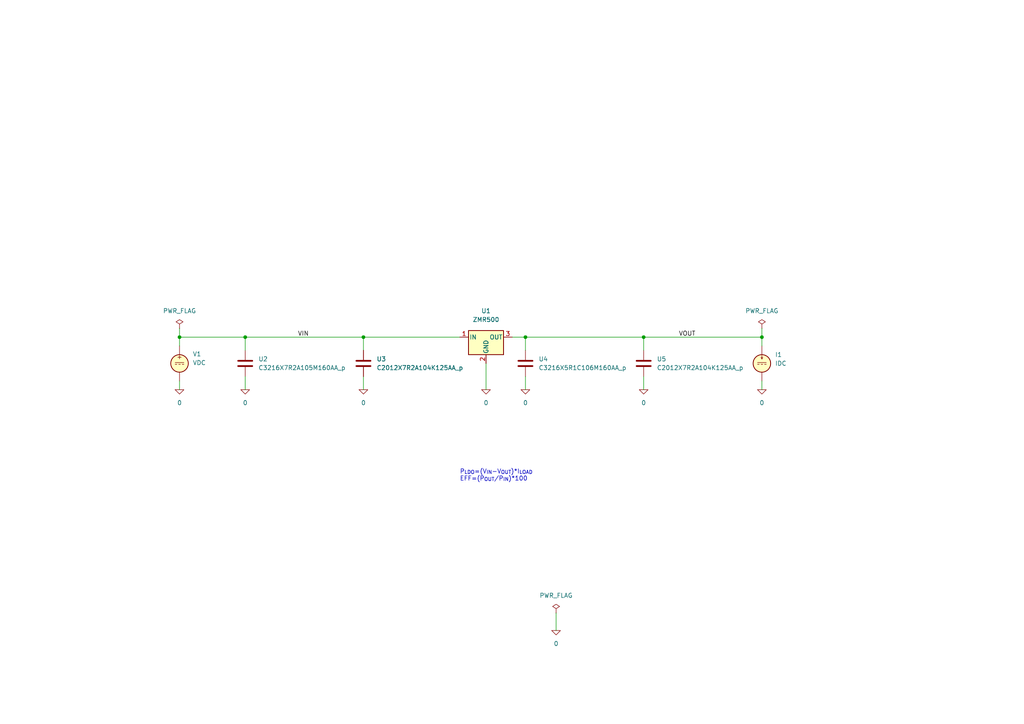
<source format=kicad_sch>
(kicad_sch
	(version 20231120)
	(generator "eeschema")
	(generator_version "8.0")
	(uuid "586360cb-bbfb-4447-b943-c6fc3f819d45")
	(paper "A4")
	(title_block
		(title "50mA 5V Linear Regulator")
		(date "2024-06-06")
		(rev "2")
		(company "astroelectronic@")
		(comment 1 "-")
		(comment 2 "-")
		(comment 3 "-")
		(comment 4 "AE01005500")
	)
	(lib_symbols
		(symbol "ZMR500:0"
			(power)
			(pin_names
				(offset 0)
			)
			(exclude_from_sim no)
			(in_bom yes)
			(on_board yes)
			(property "Reference" "#GND"
				(at 0 -2.54 0)
				(effects
					(font
						(size 1.27 1.27)
					)
					(hide yes)
				)
			)
			(property "Value" "0"
				(at 0 -1.778 0)
				(effects
					(font
						(size 1.27 1.27)
					)
				)
			)
			(property "Footprint" ""
				(at 0 0 0)
				(effects
					(font
						(size 1.27 1.27)
					)
					(hide yes)
				)
			)
			(property "Datasheet" "~"
				(at 0 0 0)
				(effects
					(font
						(size 1.27 1.27)
					)
					(hide yes)
				)
			)
			(property "Description" "0V reference potential for simulation"
				(at 0 0 0)
				(effects
					(font
						(size 1.27 1.27)
					)
					(hide yes)
				)
			)
			(property "ki_keywords" "simulation"
				(at 0 0 0)
				(effects
					(font
						(size 1.27 1.27)
					)
					(hide yes)
				)
			)
			(symbol "0_0_1"
				(polyline
					(pts
						(xy -1.27 0) (xy 0 -1.27) (xy 1.27 0) (xy -1.27 0)
					)
					(stroke
						(width 0)
						(type default)
					)
					(fill
						(type none)
					)
				)
			)
			(symbol "0_1_1"
				(pin power_in line
					(at 0 0 0)
					(length 0) hide
					(name "0"
						(effects
							(font
								(size 1.016 1.016)
							)
						)
					)
					(number "1"
						(effects
							(font
								(size 1.016 1.016)
							)
						)
					)
				)
			)
		)
		(symbol "ZMR500:C"
			(pin_numbers hide)
			(pin_names
				(offset 0.254)
			)
			(exclude_from_sim no)
			(in_bom yes)
			(on_board yes)
			(property "Reference" "C"
				(at 0.635 2.54 0)
				(effects
					(font
						(size 1.27 1.27)
					)
					(justify left)
				)
			)
			(property "Value" "C"
				(at 0.635 -2.54 0)
				(effects
					(font
						(size 1.27 1.27)
					)
					(justify left)
				)
			)
			(property "Footprint" ""
				(at 0.9652 -3.81 0)
				(effects
					(font
						(size 1.27 1.27)
					)
					(hide yes)
				)
			)
			(property "Datasheet" "~"
				(at 0 0 0)
				(effects
					(font
						(size 1.27 1.27)
					)
					(hide yes)
				)
			)
			(property "Description" "Unpolarized capacitor"
				(at 0 0 0)
				(effects
					(font
						(size 1.27 1.27)
					)
					(hide yes)
				)
			)
			(property "ki_keywords" "cap capacitor"
				(at 0 0 0)
				(effects
					(font
						(size 1.27 1.27)
					)
					(hide yes)
				)
			)
			(property "ki_fp_filters" "C_*"
				(at 0 0 0)
				(effects
					(font
						(size 1.27 1.27)
					)
					(hide yes)
				)
			)
			(symbol "C_0_1"
				(polyline
					(pts
						(xy -2.032 -0.762) (xy 2.032 -0.762)
					)
					(stroke
						(width 0.508)
						(type default)
					)
					(fill
						(type none)
					)
				)
				(polyline
					(pts
						(xy -2.032 0.762) (xy 2.032 0.762)
					)
					(stroke
						(width 0.508)
						(type default)
					)
					(fill
						(type none)
					)
				)
			)
			(symbol "C_1_1"
				(pin passive line
					(at 0 3.81 270)
					(length 2.794)
					(name "~"
						(effects
							(font
								(size 1.27 1.27)
							)
						)
					)
					(number "1"
						(effects
							(font
								(size 1.27 1.27)
							)
						)
					)
				)
				(pin passive line
					(at 0 -3.81 90)
					(length 2.794)
					(name "~"
						(effects
							(font
								(size 1.27 1.27)
							)
						)
					)
					(number "2"
						(effects
							(font
								(size 1.27 1.27)
							)
						)
					)
				)
			)
		)
		(symbol "ZMR500:IDC"
			(pin_numbers hide)
			(pin_names
				(offset 0.0254)
			)
			(exclude_from_sim no)
			(in_bom yes)
			(on_board yes)
			(property "Reference" "I"
				(at 2.54 2.54 0)
				(effects
					(font
						(size 1.27 1.27)
					)
					(justify left)
				)
			)
			(property "Value" "1"
				(at 2.54 0 0)
				(effects
					(font
						(size 1.27 1.27)
					)
					(justify left)
				)
			)
			(property "Footprint" ""
				(at 0 0 0)
				(effects
					(font
						(size 1.27 1.27)
					)
					(hide yes)
				)
			)
			(property "Datasheet" "~"
				(at 0 0 0)
				(effects
					(font
						(size 1.27 1.27)
					)
					(hide yes)
				)
			)
			(property "Description" "Current source, DC"
				(at 0 0 0)
				(effects
					(font
						(size 1.27 1.27)
					)
					(hide yes)
				)
			)
			(property "Sim.Pins" "1=+ 2=-"
				(at 0 0 0)
				(effects
					(font
						(size 1.27 1.27)
					)
					(hide yes)
				)
			)
			(property "Sim.Type" "DC"
				(at 0 0 0)
				(effects
					(font
						(size 1.27 1.27)
					)
					(hide yes)
				)
			)
			(property "Sim.Device" "I"
				(at 0 0 0)
				(effects
					(font
						(size 1.27 1.27)
					)
					(justify left)
					(hide yes)
				)
			)
			(property "Spice_Netlist_Enabled" "Y"
				(at 0 0 0)
				(effects
					(font
						(size 1.27 1.27)
					)
					(justify left)
					(hide yes)
				)
			)
			(property "ki_keywords" "simulation"
				(at 0 0 0)
				(effects
					(font
						(size 1.27 1.27)
					)
					(hide yes)
				)
			)
			(symbol "IDC_0_0"
				(polyline
					(pts
						(xy -1.27 0.254) (xy 1.27 0.254)
					)
					(stroke
						(width 0)
						(type default)
					)
					(fill
						(type none)
					)
				)
				(polyline
					(pts
						(xy -0.762 -0.254) (xy -1.27 -0.254)
					)
					(stroke
						(width 0)
						(type default)
					)
					(fill
						(type none)
					)
				)
				(polyline
					(pts
						(xy 0.254 -0.254) (xy -0.254 -0.254)
					)
					(stroke
						(width 0)
						(type default)
					)
					(fill
						(type none)
					)
				)
				(polyline
					(pts
						(xy 1.27 -0.254) (xy 0.762 -0.254)
					)
					(stroke
						(width 0)
						(type default)
					)
					(fill
						(type none)
					)
				)
			)
			(symbol "IDC_0_1"
				(polyline
					(pts
						(xy 0 1.27) (xy 0 2.286)
					)
					(stroke
						(width 0)
						(type default)
					)
					(fill
						(type none)
					)
				)
				(polyline
					(pts
						(xy -0.254 1.778) (xy 0 1.27) (xy 0.254 1.778)
					)
					(stroke
						(width 0)
						(type default)
					)
					(fill
						(type none)
					)
				)
				(circle
					(center 0 0)
					(radius 2.54)
					(stroke
						(width 0.254)
						(type default)
					)
					(fill
						(type background)
					)
				)
			)
			(symbol "IDC_1_1"
				(pin passive line
					(at 0 5.08 270)
					(length 2.54)
					(name "~"
						(effects
							(font
								(size 1.27 1.27)
							)
						)
					)
					(number "1"
						(effects
							(font
								(size 1.27 1.27)
							)
						)
					)
				)
				(pin passive line
					(at 0 -5.08 90)
					(length 2.54)
					(name "~"
						(effects
							(font
								(size 1.27 1.27)
							)
						)
					)
					(number "2"
						(effects
							(font
								(size 1.27 1.27)
							)
						)
					)
				)
			)
		)
		(symbol "ZMR500:PWR_FLAG"
			(power)
			(pin_numbers hide)
			(pin_names
				(offset 0) hide)
			(exclude_from_sim no)
			(in_bom yes)
			(on_board yes)
			(property "Reference" "#FLG"
				(at 0 1.905 0)
				(effects
					(font
						(size 1.27 1.27)
					)
					(hide yes)
				)
			)
			(property "Value" "PWR_FLAG"
				(at 0 3.81 0)
				(effects
					(font
						(size 1.27 1.27)
					)
				)
			)
			(property "Footprint" ""
				(at 0 0 0)
				(effects
					(font
						(size 1.27 1.27)
					)
					(hide yes)
				)
			)
			(property "Datasheet" "~"
				(at 0 0 0)
				(effects
					(font
						(size 1.27 1.27)
					)
					(hide yes)
				)
			)
			(property "Description" "Special symbol for telling ERC where power comes from"
				(at 0 0 0)
				(effects
					(font
						(size 1.27 1.27)
					)
					(hide yes)
				)
			)
			(property "ki_keywords" "flag power"
				(at 0 0 0)
				(effects
					(font
						(size 1.27 1.27)
					)
					(hide yes)
				)
			)
			(symbol "PWR_FLAG_0_0"
				(pin power_out line
					(at 0 0 90)
					(length 0)
					(name "pwr"
						(effects
							(font
								(size 1.27 1.27)
							)
						)
					)
					(number "1"
						(effects
							(font
								(size 1.27 1.27)
							)
						)
					)
				)
			)
			(symbol "PWR_FLAG_0_1"
				(polyline
					(pts
						(xy 0 0) (xy 0 1.27) (xy -1.016 1.905) (xy 0 2.54) (xy 1.016 1.905) (xy 0 1.27)
					)
					(stroke
						(width 0)
						(type default)
					)
					(fill
						(type none)
					)
				)
			)
		)
		(symbol "ZMR500:VDC"
			(pin_numbers hide)
			(pin_names
				(offset 0.0254)
			)
			(exclude_from_sim no)
			(in_bom yes)
			(on_board yes)
			(property "Reference" "V"
				(at 2.54 2.54 0)
				(effects
					(font
						(size 1.27 1.27)
					)
					(justify left)
				)
			)
			(property "Value" "1"
				(at 2.54 0 0)
				(effects
					(font
						(size 1.27 1.27)
					)
					(justify left)
				)
			)
			(property "Footprint" ""
				(at 0 0 0)
				(effects
					(font
						(size 1.27 1.27)
					)
					(hide yes)
				)
			)
			(property "Datasheet" "~"
				(at 0 0 0)
				(effects
					(font
						(size 1.27 1.27)
					)
					(hide yes)
				)
			)
			(property "Description" "Voltage source, DC"
				(at 0 0 0)
				(effects
					(font
						(size 1.27 1.27)
					)
					(hide yes)
				)
			)
			(property "Sim.Pins" "1=+ 2=-"
				(at 0 0 0)
				(effects
					(font
						(size 1.27 1.27)
					)
					(hide yes)
				)
			)
			(property "Sim.Type" "DC"
				(at 0 0 0)
				(effects
					(font
						(size 1.27 1.27)
					)
					(hide yes)
				)
			)
			(property "Sim.Device" "V"
				(at 0 0 0)
				(effects
					(font
						(size 1.27 1.27)
					)
					(justify left)
					(hide yes)
				)
			)
			(property "Spice_Netlist_Enabled" "Y"
				(at 0 0 0)
				(effects
					(font
						(size 1.27 1.27)
					)
					(justify left)
					(hide yes)
				)
			)
			(property "ki_keywords" "simulation"
				(at 0 0 0)
				(effects
					(font
						(size 1.27 1.27)
					)
					(hide yes)
				)
			)
			(symbol "VDC_0_0"
				(polyline
					(pts
						(xy -1.27 0.254) (xy 1.27 0.254)
					)
					(stroke
						(width 0)
						(type default)
					)
					(fill
						(type none)
					)
				)
				(polyline
					(pts
						(xy -0.762 -0.254) (xy -1.27 -0.254)
					)
					(stroke
						(width 0)
						(type default)
					)
					(fill
						(type none)
					)
				)
				(polyline
					(pts
						(xy 0.254 -0.254) (xy -0.254 -0.254)
					)
					(stroke
						(width 0)
						(type default)
					)
					(fill
						(type none)
					)
				)
				(polyline
					(pts
						(xy 1.27 -0.254) (xy 0.762 -0.254)
					)
					(stroke
						(width 0)
						(type default)
					)
					(fill
						(type none)
					)
				)
				(text "+"
					(at 0 1.905 0)
					(effects
						(font
							(size 1.27 1.27)
						)
					)
				)
			)
			(symbol "VDC_0_1"
				(circle
					(center 0 0)
					(radius 2.54)
					(stroke
						(width 0.254)
						(type default)
					)
					(fill
						(type background)
					)
				)
			)
			(symbol "VDC_1_1"
				(pin passive line
					(at 0 5.08 270)
					(length 2.54)
					(name "~"
						(effects
							(font
								(size 1.27 1.27)
							)
						)
					)
					(number "1"
						(effects
							(font
								(size 1.27 1.27)
							)
						)
					)
				)
				(pin passive line
					(at 0 -5.08 90)
					(length 2.54)
					(name "~"
						(effects
							(font
								(size 1.27 1.27)
							)
						)
					)
					(number "2"
						(effects
							(font
								(size 1.27 1.27)
							)
						)
					)
				)
			)
		)
		(symbol "ZMR500:ZMR500"
			(pin_names
				(offset 0.254)
			)
			(exclude_from_sim no)
			(in_bom yes)
			(on_board yes)
			(property "Reference" "U"
				(at -3.81 3.175 0)
				(effects
					(font
						(size 1.27 1.27)
					)
				)
			)
			(property "Value" "ZMR500"
				(at 0 3.175 0)
				(effects
					(font
						(size 1.27 1.27)
					)
					(justify left)
				)
			)
			(property "Footprint" ""
				(at 0.635 -3.81 0)
				(effects
					(font
						(size 1.27 1.27)
						(italic yes)
					)
					(justify left)
					(hide yes)
				)
			)
			(property "Datasheet" "https://www.diodes.com/assets/Datasheets/ZMRSERIES.pdf"
				(at 0 -1.27 0)
				(effects
					(font
						(size 1.27 1.27)
					)
					(hide yes)
				)
			)
			(property "Description" "FIXED 5 VOLT MINIATURE VOLTAGE REGULATORS"
				(at 0 0 0)
				(effects
					(font
						(size 1.27 1.27)
					)
					(hide yes)
				)
			)
			(property "ki_keywords" "Voltage Regulator 50mA Positive. Simulation."
				(at 0 0 0)
				(effects
					(font
						(size 1.27 1.27)
					)
					(hide yes)
				)
			)
			(property "ki_fp_filters" "TO?263* TO?220*"
				(at 0 0 0)
				(effects
					(font
						(size 1.27 1.27)
					)
					(hide yes)
				)
			)
			(symbol "ZMR500_0_1"
				(rectangle
					(start -5.08 1.905)
					(end 5.08 -5.08)
					(stroke
						(width 0.254)
						(type default)
					)
					(fill
						(type background)
					)
				)
			)
			(symbol "ZMR500_1_1"
				(pin passive line
					(at -7.62 0 0)
					(length 2.54)
					(name "IN"
						(effects
							(font
								(size 1.27 1.27)
							)
						)
					)
					(number "1"
						(effects
							(font
								(size 1.27 1.27)
							)
						)
					)
				)
				(pin passive line
					(at 0 -7.62 90)
					(length 2.54)
					(name "GND"
						(effects
							(font
								(size 1.27 1.27)
							)
						)
					)
					(number "2"
						(effects
							(font
								(size 1.27 1.27)
							)
						)
					)
				)
				(pin passive line
					(at 7.62 0 180)
					(length 2.54)
					(name "OUT"
						(effects
							(font
								(size 1.27 1.27)
							)
						)
					)
					(number "3"
						(effects
							(font
								(size 1.27 1.27)
							)
						)
					)
				)
			)
		)
	)
	(junction
		(at 220.98 97.79)
		(diameter 0)
		(color 0 0 0 0)
		(uuid "0c889254-82ad-4752-9f1e-3164fff9f6d7")
	)
	(junction
		(at 152.4 97.79)
		(diameter 0)
		(color 0 0 0 0)
		(uuid "0e135b66-d583-400e-ac4a-9b0d726be37e")
	)
	(junction
		(at 52.07 97.79)
		(diameter 0)
		(color 0 0 0 0)
		(uuid "1b90a171-c7be-4eb0-99a1-7a94d7565d33")
	)
	(junction
		(at 105.41 97.79)
		(diameter 0)
		(color 0 0 0 0)
		(uuid "5b46a4e3-bbb9-4a1a-9f61-5e3ce13a197a")
	)
	(junction
		(at 186.69 97.79)
		(diameter 0)
		(color 0 0 0 0)
		(uuid "5b6e49fa-40f8-43ba-8758-8fac50a021e3")
	)
	(junction
		(at 71.12 97.79)
		(diameter 0)
		(color 0 0 0 0)
		(uuid "b9f56b3a-4093-4c26-a3d9-ede14d06cd66")
	)
	(wire
		(pts
			(xy 52.07 95.25) (xy 52.07 97.79)
		)
		(stroke
			(width 0)
			(type default)
		)
		(uuid "09385ec4-6b95-4071-a9c8-e8d4b9bf603a")
	)
	(wire
		(pts
			(xy 105.41 109.22) (xy 105.41 113.03)
		)
		(stroke
			(width 0)
			(type default)
		)
		(uuid "0c17bac0-c04a-4a6e-b3fb-a426fef0d6cc")
	)
	(wire
		(pts
			(xy 186.69 97.79) (xy 220.98 97.79)
		)
		(stroke
			(width 0)
			(type default)
		)
		(uuid "185cafb4-f048-4928-9586-ca481db52368")
	)
	(wire
		(pts
			(xy 105.41 97.79) (xy 133.35 97.79)
		)
		(stroke
			(width 0)
			(type default)
		)
		(uuid "1c6fe86a-44e1-493d-9c51-98072286451e")
	)
	(wire
		(pts
			(xy 152.4 109.22) (xy 152.4 113.03)
		)
		(stroke
			(width 0)
			(type default)
		)
		(uuid "24adae9e-b378-45e1-9ded-096068d82079")
	)
	(wire
		(pts
			(xy 152.4 97.79) (xy 148.59 97.79)
		)
		(stroke
			(width 0)
			(type default)
		)
		(uuid "2b559ce9-5946-4801-bdca-1e70ba016bd1")
	)
	(wire
		(pts
			(xy 186.69 97.79) (xy 152.4 97.79)
		)
		(stroke
			(width 0)
			(type default)
		)
		(uuid "31559874-8c72-4326-a05e-ab3e46329ab7")
	)
	(wire
		(pts
			(xy 52.07 100.33) (xy 52.07 97.79)
		)
		(stroke
			(width 0)
			(type default)
		)
		(uuid "4a112007-9c54-4b54-826a-7a5f01e7df91")
	)
	(wire
		(pts
			(xy 152.4 101.6) (xy 152.4 97.79)
		)
		(stroke
			(width 0)
			(type default)
		)
		(uuid "54ed1485-f37e-4973-9ceb-3177698397cf")
	)
	(wire
		(pts
			(xy 105.41 97.79) (xy 71.12 97.79)
		)
		(stroke
			(width 0)
			(type default)
		)
		(uuid "5a8137fb-9e89-4ac7-a656-781247717180")
	)
	(wire
		(pts
			(xy 105.41 101.6) (xy 105.41 97.79)
		)
		(stroke
			(width 0)
			(type default)
		)
		(uuid "5c572256-8454-40ab-b419-37fe7c9277b8")
	)
	(wire
		(pts
			(xy 140.97 105.41) (xy 140.97 113.03)
		)
		(stroke
			(width 0)
			(type default)
		)
		(uuid "9af00ee8-9fcb-4f1b-b81f-ed5983b6384c")
	)
	(wire
		(pts
			(xy 71.12 97.79) (xy 71.12 101.6)
		)
		(stroke
			(width 0)
			(type default)
		)
		(uuid "9bd0825d-b4e7-4fbf-b9f3-7c059d50bf02")
	)
	(wire
		(pts
			(xy 52.07 110.49) (xy 52.07 113.03)
		)
		(stroke
			(width 0)
			(type default)
		)
		(uuid "b0e3abc1-60a2-43de-b0c3-9026e18cbf4c")
	)
	(wire
		(pts
			(xy 186.69 101.6) (xy 186.69 97.79)
		)
		(stroke
			(width 0)
			(type default)
		)
		(uuid "c45c4ae8-7262-4263-b31f-eda0a1cc7ce1")
	)
	(wire
		(pts
			(xy 220.98 97.79) (xy 220.98 100.33)
		)
		(stroke
			(width 0)
			(type default)
		)
		(uuid "cb2dc364-26e7-49eb-98a8-b265e702d6fd")
	)
	(wire
		(pts
			(xy 186.69 109.22) (xy 186.69 113.03)
		)
		(stroke
			(width 0)
			(type default)
		)
		(uuid "d0fbc797-7d08-4bfc-b50f-78c32c6355a5")
	)
	(wire
		(pts
			(xy 71.12 109.22) (xy 71.12 113.03)
		)
		(stroke
			(width 0)
			(type default)
		)
		(uuid "dfca4c91-9b51-4139-860a-ac5d2dfc2590")
	)
	(wire
		(pts
			(xy 220.98 110.49) (xy 220.98 113.03)
		)
		(stroke
			(width 0)
			(type default)
		)
		(uuid "e3a25291-9151-49a0-8ff4-b640a86b7a20")
	)
	(wire
		(pts
			(xy 161.29 177.8) (xy 161.29 182.88)
		)
		(stroke
			(width 0)
			(type default)
		)
		(uuid "e50a0a15-b52f-4153-96c1-34a5520d66fa")
	)
	(wire
		(pts
			(xy 220.98 95.25) (xy 220.98 97.79)
		)
		(stroke
			(width 0)
			(type default)
		)
		(uuid "e8bc44e6-8bc5-4f0b-93a0-4d781b1b1cec")
	)
	(wire
		(pts
			(xy 52.07 97.79) (xy 71.12 97.79)
		)
		(stroke
			(width 0)
			(type default)
		)
		(uuid "f4e6ae60-2181-4e27-a2ca-7f43bd34b9e9")
	)
	(text "P_{LDO}=(V_{IN}-V_{OUT})*I_{LOAD}\nEFF=(P_{OUT}/P_{IN})*100"
		(exclude_from_sim no)
		(at 133.35 139.7 0)
		(effects
			(font
				(size 1.27 1.27)
			)
			(justify left bottom)
		)
		(uuid "f69bf154-bdd9-40a1-86e3-910481186593")
	)
	(label "VOUT"
		(at 196.85 97.79 0)
		(fields_autoplaced yes)
		(effects
			(font
				(size 1.27 1.27)
			)
			(justify left bottom)
		)
		(uuid "8e7d99b0-0a69-4724-a764-5b230870aedf")
	)
	(label "VIN"
		(at 86.36 97.79 0)
		(fields_autoplaced yes)
		(effects
			(font
				(size 1.27 1.27)
			)
			(justify left bottom)
		)
		(uuid "92c971e9-eaf8-4fd2-b0af-cbec3c774aac")
	)
	(symbol
		(lib_id "ZMR500:PWR_FLAG")
		(at 220.98 95.25 0)
		(unit 1)
		(exclude_from_sim no)
		(in_bom yes)
		(on_board yes)
		(dnp no)
		(fields_autoplaced yes)
		(uuid "03c8a3de-8d08-4903-9ede-ad893b3fc8d8")
		(property "Reference" "#FLG02"
			(at 220.98 93.345 0)
			(effects
				(font
					(size 1.27 1.27)
				)
				(hide yes)
			)
		)
		(property "Value" "PWR_FLAG"
			(at 220.98 90.17 0)
			(effects
				(font
					(size 1.27 1.27)
				)
			)
		)
		(property "Footprint" ""
			(at 220.98 95.25 0)
			(effects
				(font
					(size 1.27 1.27)
				)
				(hide yes)
			)
		)
		(property "Datasheet" "~"
			(at 220.98 95.25 0)
			(effects
				(font
					(size 1.27 1.27)
				)
				(hide yes)
			)
		)
		(property "Description" ""
			(at 220.98 95.25 0)
			(effects
				(font
					(size 1.27 1.27)
				)
				(hide yes)
			)
		)
		(pin "1"
			(uuid "05ea5cdd-728c-4f9d-b191-cea0de465448")
		)
		(instances
			(project "ZMR500"
				(path "/586360cb-bbfb-4447-b943-c6fc3f819d45"
					(reference "#FLG02")
					(unit 1)
				)
			)
		)
	)
	(symbol
		(lib_id "ZMR500:C")
		(at 186.69 105.41 0)
		(unit 1)
		(exclude_from_sim no)
		(in_bom yes)
		(on_board yes)
		(dnp no)
		(fields_autoplaced yes)
		(uuid "0b7445d2-ae1e-49a0-8cda-7fcdd21315d6")
		(property "Reference" "U5"
			(at 190.5 104.1399 0)
			(effects
				(font
					(size 1.27 1.27)
				)
				(justify left)
			)
		)
		(property "Value" "C2012X7R2A104K125AA_p"
			(at 190.5 106.6799 0)
			(effects
				(font
					(size 1.27 1.27)
				)
				(justify left)
			)
		)
		(property "Footprint" ""
			(at 187.6552 109.22 0)
			(effects
				(font
					(size 1.27 1.27)
				)
				(hide yes)
			)
		)
		(property "Datasheet" "~"
			(at 186.69 105.41 0)
			(effects
				(font
					(size 1.27 1.27)
				)
				(hide yes)
			)
		)
		(property "Description" ""
			(at 186.69 105.41 0)
			(effects
				(font
					(size 1.27 1.27)
				)
				(hide yes)
			)
		)
		(property "Sim.Library" "_models\\C2012X7R2A104K125AA_p.mod"
			(at 186.69 105.41 0)
			(effects
				(font
					(size 1.27 1.27)
				)
				(hide yes)
			)
		)
		(property "Sim.Name" "C2012X7R2A104K125AA_p"
			(at 186.69 105.41 0)
			(effects
				(font
					(size 1.27 1.27)
				)
				(hide yes)
			)
		)
		(property "Sim.Pins" "1=n1 2=n2"
			(at 0 0 0)
			(effects
				(font
					(size 1.27 1.27)
				)
				(hide yes)
			)
		)
		(property "Sim.Device" "SUBCKT"
			(at 186.69 105.41 0)
			(effects
				(font
					(size 1.27 1.27)
				)
				(hide yes)
			)
		)
		(pin "1"
			(uuid "95d14349-bbd7-40f7-9e9c-155f37344f30")
		)
		(pin "2"
			(uuid "53202c36-e212-4422-ab81-25eb1d63435d")
		)
		(instances
			(project "ZMR500"
				(path "/586360cb-bbfb-4447-b943-c6fc3f819d45"
					(reference "U5")
					(unit 1)
				)
			)
		)
	)
	(symbol
		(lib_id "ZMR500:0")
		(at 161.29 182.88 0)
		(unit 1)
		(exclude_from_sim no)
		(in_bom yes)
		(on_board yes)
		(dnp no)
		(fields_autoplaced yes)
		(uuid "0e28ccb2-ed77-4b30-ba99-9ab7d27044ed")
		(property "Reference" "#GND0108"
			(at 161.29 185.42 0)
			(effects
				(font
					(size 1.27 1.27)
				)
				(hide yes)
			)
		)
		(property "Value" "0"
			(at 161.29 186.69 0)
			(effects
				(font
					(size 1.27 1.27)
				)
			)
		)
		(property "Footprint" ""
			(at 161.29 182.88 0)
			(effects
				(font
					(size 1.27 1.27)
				)
				(hide yes)
			)
		)
		(property "Datasheet" "~"
			(at 161.29 182.88 0)
			(effects
				(font
					(size 1.27 1.27)
				)
				(hide yes)
			)
		)
		(property "Description" ""
			(at 161.29 182.88 0)
			(effects
				(font
					(size 1.27 1.27)
				)
				(hide yes)
			)
		)
		(pin "1"
			(uuid "1e4ae757-33ff-4ff7-829a-305ad1f594a8")
		)
		(instances
			(project "ZMR500"
				(path "/586360cb-bbfb-4447-b943-c6fc3f819d45"
					(reference "#GND0108")
					(unit 1)
				)
			)
		)
	)
	(symbol
		(lib_id "ZMR500:C")
		(at 71.12 105.41 0)
		(unit 1)
		(exclude_from_sim no)
		(in_bom yes)
		(on_board yes)
		(dnp no)
		(fields_autoplaced yes)
		(uuid "10cefc64-5466-4321-ab98-c73fbe66d6cd")
		(property "Reference" "U2"
			(at 74.93 104.1399 0)
			(effects
				(font
					(size 1.27 1.27)
				)
				(justify left)
			)
		)
		(property "Value" "C3216X7R2A105M160AA_p"
			(at 74.93 106.6799 0)
			(effects
				(font
					(size 1.27 1.27)
				)
				(justify left)
			)
		)
		(property "Footprint" ""
			(at 72.0852 109.22 0)
			(effects
				(font
					(size 1.27 1.27)
				)
				(hide yes)
			)
		)
		(property "Datasheet" "~"
			(at 71.12 105.41 0)
			(effects
				(font
					(size 1.27 1.27)
				)
				(hide yes)
			)
		)
		(property "Description" ""
			(at 71.12 105.41 0)
			(effects
				(font
					(size 1.27 1.27)
				)
				(hide yes)
			)
		)
		(property "Sim.Library" "_models\\C3216X7R2A105M160AA_p.mod"
			(at 71.12 105.41 0)
			(effects
				(font
					(size 1.27 1.27)
				)
				(hide yes)
			)
		)
		(property "Sim.Name" "C3216X7R2A105M160AA_p"
			(at 71.12 105.41 0)
			(effects
				(font
					(size 1.27 1.27)
				)
				(hide yes)
			)
		)
		(property "Sim.Pins" "1=n1 2=n2"
			(at 0 0 0)
			(effects
				(font
					(size 1.27 1.27)
				)
				(hide yes)
			)
		)
		(property "Sim.Device" "SUBCKT"
			(at 71.12 105.41 0)
			(effects
				(font
					(size 1.27 1.27)
				)
				(hide yes)
			)
		)
		(pin "1"
			(uuid "5e181798-d4ba-439e-929c-0d94fe03b93b")
		)
		(pin "2"
			(uuid "0fb95b23-717f-4929-8eb0-9a134c8947e5")
		)
		(instances
			(project "ZMR500"
				(path "/586360cb-bbfb-4447-b943-c6fc3f819d45"
					(reference "U2")
					(unit 1)
				)
			)
		)
	)
	(symbol
		(lib_id "ZMR500:C")
		(at 152.4 105.41 0)
		(unit 1)
		(exclude_from_sim no)
		(in_bom yes)
		(on_board yes)
		(dnp no)
		(fields_autoplaced yes)
		(uuid "406c893b-d95b-48ff-ab90-f57578b2123b")
		(property "Reference" "U4"
			(at 156.21 104.1399 0)
			(effects
				(font
					(size 1.27 1.27)
				)
				(justify left)
			)
		)
		(property "Value" "C3216X5R1C106M160AA_p"
			(at 156.21 106.6799 0)
			(effects
				(font
					(size 1.27 1.27)
				)
				(justify left)
			)
		)
		(property "Footprint" ""
			(at 153.3652 109.22 0)
			(effects
				(font
					(size 1.27 1.27)
				)
				(hide yes)
			)
		)
		(property "Datasheet" "~"
			(at 152.4 105.41 0)
			(effects
				(font
					(size 1.27 1.27)
				)
				(hide yes)
			)
		)
		(property "Description" ""
			(at 152.4 105.41 0)
			(effects
				(font
					(size 1.27 1.27)
				)
				(hide yes)
			)
		)
		(property "Sim.Library" "_models\\C3216X5R1C106M160AA_p.mod"
			(at 152.4 105.41 0)
			(effects
				(font
					(size 1.27 1.27)
				)
				(hide yes)
			)
		)
		(property "Sim.Name" "C3216X5R1C106M160AA_p"
			(at 152.4 105.41 0)
			(effects
				(font
					(size 1.27 1.27)
				)
				(hide yes)
			)
		)
		(property "Sim.Pins" "1=n1 2=n2"
			(at 0 0 0)
			(effects
				(font
					(size 1.27 1.27)
				)
				(hide yes)
			)
		)
		(property "Sim.Device" "SUBCKT"
			(at 152.4 105.41 0)
			(effects
				(font
					(size 1.27 1.27)
				)
				(hide yes)
			)
		)
		(pin "1"
			(uuid "b4c9a67d-7fc1-4ddb-9928-a6792fd54792")
		)
		(pin "2"
			(uuid "d6877d8b-a5db-4c58-be00-3c77a69e2c76")
		)
		(instances
			(project "ZMR500"
				(path "/586360cb-bbfb-4447-b943-c6fc3f819d45"
					(reference "U4")
					(unit 1)
				)
			)
		)
	)
	(symbol
		(lib_id "ZMR500:ZMR500")
		(at 140.97 97.79 0)
		(unit 1)
		(exclude_from_sim no)
		(in_bom yes)
		(on_board yes)
		(dnp no)
		(fields_autoplaced yes)
		(uuid "700b2c2d-81ce-4089-b57b-1cfc1356f2a7")
		(property "Reference" "U1"
			(at 140.97 90.17 0)
			(effects
				(font
					(size 1.27 1.27)
				)
			)
		)
		(property "Value" "ZMR500"
			(at 140.97 92.71 0)
			(effects
				(font
					(size 1.27 1.27)
				)
			)
		)
		(property "Footprint" ""
			(at 141.605 101.6 0)
			(effects
				(font
					(size 1.27 1.27)
					(italic yes)
				)
				(justify left)
				(hide yes)
			)
		)
		(property "Datasheet" "https://www.diodes.com/assets/Datasheets/ZMRSERIES.pdf"
			(at 140.97 99.06 0)
			(effects
				(font
					(size 1.27 1.27)
				)
				(hide yes)
			)
		)
		(property "Description" ""
			(at 140.97 97.79 0)
			(effects
				(font
					(size 1.27 1.27)
				)
				(hide yes)
			)
		)
		(property "Sim.Library" "_models\\ZMR500.spice.txt"
			(at 140.97 97.79 0)
			(effects
				(font
					(size 1.27 1.27)
				)
				(hide yes)
			)
		)
		(property "Sim.Name" "ZMR500"
			(at 140.97 97.79 0)
			(effects
				(font
					(size 1.27 1.27)
				)
				(hide yes)
			)
		)
		(property "Sim.Pins" "1=1 2=2 3=3"
			(at 0 0 0)
			(effects
				(font
					(size 1.27 1.27)
				)
				(hide yes)
			)
		)
		(property "Sim.Device" "SUBCKT"
			(at 140.97 97.79 0)
			(effects
				(font
					(size 1.27 1.27)
				)
				(hide yes)
			)
		)
		(pin "1"
			(uuid "79bfb8a2-2416-4921-b140-dab87c169bf3")
		)
		(pin "2"
			(uuid "37ae976d-9b5b-45e3-8fc0-72a74b66d1e5")
		)
		(pin "3"
			(uuid "08ad88dd-0f73-4e71-9944-f1353a0493a2")
		)
		(instances
			(project "ZMR500"
				(path "/586360cb-bbfb-4447-b943-c6fc3f819d45"
					(reference "U1")
					(unit 1)
				)
			)
		)
	)
	(symbol
		(lib_id "ZMR500:VDC")
		(at 52.07 105.41 0)
		(unit 1)
		(exclude_from_sim no)
		(in_bom yes)
		(on_board yes)
		(dnp no)
		(fields_autoplaced yes)
		(uuid "7b1f6d1c-328f-43ec-bc5b-4f2eefe5aae8")
		(property "Reference" "V1"
			(at 55.88 102.6801 0)
			(effects
				(font
					(size 1.27 1.27)
				)
				(justify left)
			)
		)
		(property "Value" "VDC"
			(at 55.88 105.2201 0)
			(effects
				(font
					(size 1.27 1.27)
				)
				(justify left)
			)
		)
		(property "Footprint" ""
			(at 52.07 105.41 0)
			(effects
				(font
					(size 1.27 1.27)
				)
				(hide yes)
			)
		)
		(property "Datasheet" "~"
			(at 52.07 105.41 0)
			(effects
				(font
					(size 1.27 1.27)
				)
				(hide yes)
			)
		)
		(property "Description" ""
			(at 52.07 105.41 0)
			(effects
				(font
					(size 1.27 1.27)
				)
				(hide yes)
			)
		)
		(property "Sim.Device" "SPICE"
			(at 52.07 105.41 0)
			(effects
				(font
					(size 1.27 1.27)
				)
				(justify left)
				(hide yes)
			)
		)
		(property "Sim.Params" "type=\"V\" model=\"{VSOURCE}\" lib=\"\""
			(at 0 0 0)
			(effects
				(font
					(size 1.27 1.27)
				)
				(hide yes)
			)
		)
		(property "Sim.Pins" "1=1 2=2"
			(at 0 0 0)
			(effects
				(font
					(size 1.27 1.27)
				)
				(hide yes)
			)
		)
		(pin "1"
			(uuid "64dc31e0-30a8-4390-a51a-5382ecff71b5")
		)
		(pin "2"
			(uuid "a16c9573-fff1-4b4f-9f1c-7ed84426a3e8")
		)
		(instances
			(project "ZMR500"
				(path "/586360cb-bbfb-4447-b943-c6fc3f819d45"
					(reference "V1")
					(unit 1)
				)
			)
		)
	)
	(symbol
		(lib_id "ZMR500:0")
		(at 105.41 113.03 0)
		(unit 1)
		(exclude_from_sim no)
		(in_bom yes)
		(on_board yes)
		(dnp no)
		(fields_autoplaced yes)
		(uuid "7ff460d8-ddae-4ad5-addd-d2f8bdef6dc8")
		(property "Reference" "#GND0101"
			(at 105.41 115.57 0)
			(effects
				(font
					(size 1.27 1.27)
				)
				(hide yes)
			)
		)
		(property "Value" "0"
			(at 105.41 116.84 0)
			(effects
				(font
					(size 1.27 1.27)
				)
			)
		)
		(property "Footprint" ""
			(at 105.41 113.03 0)
			(effects
				(font
					(size 1.27 1.27)
				)
				(hide yes)
			)
		)
		(property "Datasheet" "~"
			(at 105.41 113.03 0)
			(effects
				(font
					(size 1.27 1.27)
				)
				(hide yes)
			)
		)
		(property "Description" ""
			(at 105.41 113.03 0)
			(effects
				(font
					(size 1.27 1.27)
				)
				(hide yes)
			)
		)
		(pin "1"
			(uuid "59b278cd-cb8f-4a97-93dc-b811b4c8a582")
		)
		(instances
			(project "ZMR500"
				(path "/586360cb-bbfb-4447-b943-c6fc3f819d45"
					(reference "#GND0101")
					(unit 1)
				)
			)
		)
	)
	(symbol
		(lib_id "ZMR500:IDC")
		(at 220.98 105.41 0)
		(unit 1)
		(exclude_from_sim no)
		(in_bom yes)
		(on_board yes)
		(dnp no)
		(fields_autoplaced yes)
		(uuid "8dfec48f-a68f-4745-a1ba-b275552bd0f3")
		(property "Reference" "I1"
			(at 224.79 102.8699 0)
			(effects
				(font
					(size 1.27 1.27)
				)
				(justify left)
			)
		)
		(property "Value" "IDC"
			(at 224.79 105.4099 0)
			(effects
				(font
					(size 1.27 1.27)
				)
				(justify left)
			)
		)
		(property "Footprint" ""
			(at 220.98 105.41 0)
			(effects
				(font
					(size 1.27 1.27)
				)
				(hide yes)
			)
		)
		(property "Datasheet" "~"
			(at 220.98 105.41 0)
			(effects
				(font
					(size 1.27 1.27)
				)
				(hide yes)
			)
		)
		(property "Description" ""
			(at 220.98 105.41 0)
			(effects
				(font
					(size 1.27 1.27)
				)
				(hide yes)
			)
		)
		(property "Sim.Device" "SPICE"
			(at 220.98 105.41 0)
			(effects
				(font
					(size 1.27 1.27)
				)
				(justify left)
				(hide yes)
			)
		)
		(property "Sim.Params" "type=\"I\" model=\"{ILOAD}\" lib=\"\""
			(at 0 0 0)
			(effects
				(font
					(size 1.27 1.27)
				)
				(hide yes)
			)
		)
		(property "Sim.Pins" "1=1 2=2"
			(at 0 0 0)
			(effects
				(font
					(size 1.27 1.27)
				)
				(hide yes)
			)
		)
		(pin "1"
			(uuid "51ac6a6e-9937-40f6-bb67-1e789573e0be")
		)
		(pin "2"
			(uuid "4e4b15ab-b97b-4e45-9b5b-65ce9288174b")
		)
		(instances
			(project "ZMR500"
				(path "/586360cb-bbfb-4447-b943-c6fc3f819d45"
					(reference "I1")
					(unit 1)
				)
			)
		)
	)
	(symbol
		(lib_id "ZMR500:C")
		(at 105.41 105.41 0)
		(unit 1)
		(exclude_from_sim no)
		(in_bom yes)
		(on_board yes)
		(dnp no)
		(fields_autoplaced yes)
		(uuid "91fd7bc1-ed7a-464f-86ff-5665e570cc07")
		(property "Reference" "U3"
			(at 109.22 104.1399 0)
			(effects
				(font
					(size 1.27 1.27)
				)
				(justify left)
			)
		)
		(property "Value" "C2012X7R2A104K125AA_p"
			(at 109.22 106.6799 0)
			(effects
				(font
					(size 1.27 1.27)
				)
				(justify left)
			)
		)
		(property "Footprint" ""
			(at 106.3752 109.22 0)
			(effects
				(font
					(size 1.27 1.27)
				)
				(hide yes)
			)
		)
		(property "Datasheet" "~"
			(at 105.41 105.41 0)
			(effects
				(font
					(size 1.27 1.27)
				)
				(hide yes)
			)
		)
		(property "Description" ""
			(at 105.41 105.41 0)
			(effects
				(font
					(size 1.27 1.27)
				)
				(hide yes)
			)
		)
		(property "Sim.Library" "_models\\C2012X7R2A104K125AA_p.mod"
			(at 105.41 105.41 0)
			(effects
				(font
					(size 1.27 1.27)
				)
				(hide yes)
			)
		)
		(property "Sim.Name" "C2012X7R2A104K125AA_p"
			(at 105.41 105.41 0)
			(effects
				(font
					(size 1.27 1.27)
				)
				(hide yes)
			)
		)
		(property "Sim.Pins" "1=n1 2=n2"
			(at 0 0 0)
			(effects
				(font
					(size 1.27 1.27)
				)
				(hide yes)
			)
		)
		(property "Sim.Device" "SUBCKT"
			(at 105.41 105.41 0)
			(effects
				(font
					(size 1.27 1.27)
				)
				(hide yes)
			)
		)
		(pin "1"
			(uuid "24cb1a9f-4ddf-4bda-b641-c6044d7fc738")
		)
		(pin "2"
			(uuid "3478f152-1b01-40dd-b0d1-ecc7d3cb439a")
		)
		(instances
			(project "ZMR500"
				(path "/586360cb-bbfb-4447-b943-c6fc3f819d45"
					(reference "U3")
					(unit 1)
				)
			)
		)
	)
	(symbol
		(lib_id "ZMR500:PWR_FLAG")
		(at 52.07 95.25 0)
		(unit 1)
		(exclude_from_sim no)
		(in_bom yes)
		(on_board yes)
		(dnp no)
		(fields_autoplaced yes)
		(uuid "a61b3fe1-cf4e-4a1b-85c2-9e2c561c8ac8")
		(property "Reference" "#FLG01"
			(at 52.07 93.345 0)
			(effects
				(font
					(size 1.27 1.27)
				)
				(hide yes)
			)
		)
		(property "Value" "PWR_FLAG"
			(at 52.07 90.17 0)
			(effects
				(font
					(size 1.27 1.27)
				)
			)
		)
		(property "Footprint" ""
			(at 52.07 95.25 0)
			(effects
				(font
					(size 1.27 1.27)
				)
				(hide yes)
			)
		)
		(property "Datasheet" "~"
			(at 52.07 95.25 0)
			(effects
				(font
					(size 1.27 1.27)
				)
				(hide yes)
			)
		)
		(property "Description" ""
			(at 52.07 95.25 0)
			(effects
				(font
					(size 1.27 1.27)
				)
				(hide yes)
			)
		)
		(pin "1"
			(uuid "c048a80a-5a71-428a-ba8f-6101e1244eb2")
		)
		(instances
			(project "ZMR500"
				(path "/586360cb-bbfb-4447-b943-c6fc3f819d45"
					(reference "#FLG01")
					(unit 1)
				)
			)
		)
	)
	(symbol
		(lib_id "ZMR500:0")
		(at 140.97 113.03 0)
		(unit 1)
		(exclude_from_sim no)
		(in_bom yes)
		(on_board yes)
		(dnp no)
		(fields_autoplaced yes)
		(uuid "b7ec14d3-a81a-4893-8258-dff3aaf0c302")
		(property "Reference" "#GND0104"
			(at 140.97 115.57 0)
			(effects
				(font
					(size 1.27 1.27)
				)
				(hide yes)
			)
		)
		(property "Value" "0"
			(at 140.97 116.84 0)
			(effects
				(font
					(size 1.27 1.27)
				)
			)
		)
		(property "Footprint" ""
			(at 140.97 113.03 0)
			(effects
				(font
					(size 1.27 1.27)
				)
				(hide yes)
			)
		)
		(property "Datasheet" "~"
			(at 140.97 113.03 0)
			(effects
				(font
					(size 1.27 1.27)
				)
				(hide yes)
			)
		)
		(property "Description" ""
			(at 140.97 113.03 0)
			(effects
				(font
					(size 1.27 1.27)
				)
				(hide yes)
			)
		)
		(pin "1"
			(uuid "da574957-e22e-4068-b34e-5b8b61a57ce4")
		)
		(instances
			(project "ZMR500"
				(path "/586360cb-bbfb-4447-b943-c6fc3f819d45"
					(reference "#GND0104")
					(unit 1)
				)
			)
		)
	)
	(symbol
		(lib_id "ZMR500:0")
		(at 152.4 113.03 0)
		(unit 1)
		(exclude_from_sim no)
		(in_bom yes)
		(on_board yes)
		(dnp no)
		(fields_autoplaced yes)
		(uuid "cb6c906f-6dd7-4740-8871-0ed97b1cf4dc")
		(property "Reference" "#GND0107"
			(at 152.4 115.57 0)
			(effects
				(font
					(size 1.27 1.27)
				)
				(hide yes)
			)
		)
		(property "Value" "0"
			(at 152.4 116.84 0)
			(effects
				(font
					(size 1.27 1.27)
				)
			)
		)
		(property "Footprint" ""
			(at 152.4 113.03 0)
			(effects
				(font
					(size 1.27 1.27)
				)
				(hide yes)
			)
		)
		(property "Datasheet" "~"
			(at 152.4 113.03 0)
			(effects
				(font
					(size 1.27 1.27)
				)
				(hide yes)
			)
		)
		(property "Description" ""
			(at 152.4 113.03 0)
			(effects
				(font
					(size 1.27 1.27)
				)
				(hide yes)
			)
		)
		(pin "1"
			(uuid "febcfa83-3d6c-4693-a1d6-becad41ca48a")
		)
		(instances
			(project "ZMR500"
				(path "/586360cb-bbfb-4447-b943-c6fc3f819d45"
					(reference "#GND0107")
					(unit 1)
				)
			)
		)
	)
	(symbol
		(lib_id "ZMR500:0")
		(at 186.69 113.03 0)
		(unit 1)
		(exclude_from_sim no)
		(in_bom yes)
		(on_board yes)
		(dnp no)
		(fields_autoplaced yes)
		(uuid "d1f39017-4ffe-4104-9ff5-64b0037aee37")
		(property "Reference" "#GND0106"
			(at 186.69 115.57 0)
			(effects
				(font
					(size 1.27 1.27)
				)
				(hide yes)
			)
		)
		(property "Value" "0"
			(at 186.69 116.84 0)
			(effects
				(font
					(size 1.27 1.27)
				)
			)
		)
		(property "Footprint" ""
			(at 186.69 113.03 0)
			(effects
				(font
					(size 1.27 1.27)
				)
				(hide yes)
			)
		)
		(property "Datasheet" "~"
			(at 186.69 113.03 0)
			(effects
				(font
					(size 1.27 1.27)
				)
				(hide yes)
			)
		)
		(property "Description" ""
			(at 186.69 113.03 0)
			(effects
				(font
					(size 1.27 1.27)
				)
				(hide yes)
			)
		)
		(pin "1"
			(uuid "b718b337-ace8-405b-8b7c-a5816266b4ca")
		)
		(instances
			(project "ZMR500"
				(path "/586360cb-bbfb-4447-b943-c6fc3f819d45"
					(reference "#GND0106")
					(unit 1)
				)
			)
		)
	)
	(symbol
		(lib_id "ZMR500:0")
		(at 71.12 113.03 0)
		(unit 1)
		(exclude_from_sim no)
		(in_bom yes)
		(on_board yes)
		(dnp no)
		(fields_autoplaced yes)
		(uuid "d5a73c15-1766-42c1-a679-1c2c75d9e53d")
		(property "Reference" "#GND0102"
			(at 71.12 115.57 0)
			(effects
				(font
					(size 1.27 1.27)
				)
				(hide yes)
			)
		)
		(property "Value" "0"
			(at 71.12 116.84 0)
			(effects
				(font
					(size 1.27 1.27)
				)
			)
		)
		(property "Footprint" ""
			(at 71.12 113.03 0)
			(effects
				(font
					(size 1.27 1.27)
				)
				(hide yes)
			)
		)
		(property "Datasheet" "~"
			(at 71.12 113.03 0)
			(effects
				(font
					(size 1.27 1.27)
				)
				(hide yes)
			)
		)
		(property "Description" ""
			(at 71.12 113.03 0)
			(effects
				(font
					(size 1.27 1.27)
				)
				(hide yes)
			)
		)
		(pin "1"
			(uuid "38994bf5-61a3-4c18-b48a-4f78977f9cb5")
		)
		(instances
			(project "ZMR500"
				(path "/586360cb-bbfb-4447-b943-c6fc3f819d45"
					(reference "#GND0102")
					(unit 1)
				)
			)
		)
	)
	(symbol
		(lib_id "ZMR500:0")
		(at 52.07 113.03 0)
		(unit 1)
		(exclude_from_sim no)
		(in_bom yes)
		(on_board yes)
		(dnp no)
		(fields_autoplaced yes)
		(uuid "e5adb7c4-413f-42ec-afdb-4d29a57fdacb")
		(property "Reference" "#GND0103"
			(at 52.07 115.57 0)
			(effects
				(font
					(size 1.27 1.27)
				)
				(hide yes)
			)
		)
		(property "Value" "0"
			(at 52.07 116.84 0)
			(effects
				(font
					(size 1.27 1.27)
				)
			)
		)
		(property "Footprint" ""
			(at 52.07 113.03 0)
			(effects
				(font
					(size 1.27 1.27)
				)
				(hide yes)
			)
		)
		(property "Datasheet" "~"
			(at 52.07 113.03 0)
			(effects
				(font
					(size 1.27 1.27)
				)
				(hide yes)
			)
		)
		(property "Description" ""
			(at 52.07 113.03 0)
			(effects
				(font
					(size 1.27 1.27)
				)
				(hide yes)
			)
		)
		(pin "1"
			(uuid "9f7d63da-345d-43c5-bedb-1e7fd1a16f99")
		)
		(instances
			(project "ZMR500"
				(path "/586360cb-bbfb-4447-b943-c6fc3f819d45"
					(reference "#GND0103")
					(unit 1)
				)
			)
		)
	)
	(symbol
		(lib_id "ZMR500:PWR_FLAG")
		(at 161.29 177.8 0)
		(unit 1)
		(exclude_from_sim no)
		(in_bom yes)
		(on_board yes)
		(dnp no)
		(fields_autoplaced yes)
		(uuid "edd2896c-ffe1-4613-a816-a457bafb66b3")
		(property "Reference" "#FLG03"
			(at 161.29 175.895 0)
			(effects
				(font
					(size 1.27 1.27)
				)
				(hide yes)
			)
		)
		(property "Value" "PWR_FLAG"
			(at 161.29 172.72 0)
			(effects
				(font
					(size 1.27 1.27)
				)
			)
		)
		(property "Footprint" ""
			(at 161.29 177.8 0)
			(effects
				(font
					(size 1.27 1.27)
				)
				(hide yes)
			)
		)
		(property "Datasheet" "~"
			(at 161.29 177.8 0)
			(effects
				(font
					(size 1.27 1.27)
				)
				(hide yes)
			)
		)
		(property "Description" ""
			(at 161.29 177.8 0)
			(effects
				(font
					(size 1.27 1.27)
				)
				(hide yes)
			)
		)
		(pin "1"
			(uuid "41b6ba74-2a87-4609-9de1-de9f875ca7b6")
		)
		(instances
			(project "ZMR500"
				(path "/586360cb-bbfb-4447-b943-c6fc3f819d45"
					(reference "#FLG03")
					(unit 1)
				)
			)
		)
	)
	(symbol
		(lib_id "ZMR500:0")
		(at 220.98 113.03 0)
		(unit 1)
		(exclude_from_sim no)
		(in_bom yes)
		(on_board yes)
		(dnp no)
		(fields_autoplaced yes)
		(uuid "f7a7dcb0-2c0a-403e-9ff7-28aa85b8927c")
		(property "Reference" "#GND0105"
			(at 220.98 115.57 0)
			(effects
				(font
					(size 1.27 1.27)
				)
				(hide yes)
			)
		)
		(property "Value" "0"
			(at 220.98 116.84 0)
			(effects
				(font
					(size 1.27 1.27)
				)
			)
		)
		(property "Footprint" ""
			(at 220.98 113.03 0)
			(effects
				(font
					(size 1.27 1.27)
				)
				(hide yes)
			)
		)
		(property "Datasheet" "~"
			(at 220.98 113.03 0)
			(effects
				(font
					(size 1.27 1.27)
				)
				(hide yes)
			)
		)
		(property "Description" ""
			(at 220.98 113.03 0)
			(effects
				(font
					(size 1.27 1.27)
				)
				(hide yes)
			)
		)
		(pin "1"
			(uuid "eaf5d167-806c-4cbe-baae-a1b204dcdb36")
		)
		(instances
			(project "ZMR500"
				(path "/586360cb-bbfb-4447-b943-c6fc3f819d45"
					(reference "#GND0105")
					(unit 1)
				)
			)
		)
	)
	(sheet_instances
		(path "/"
			(page "1")
		)
	)
)
</source>
